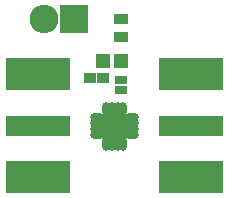
<source format=gts>
G04 #@! TF.FileFunction,Soldermask,Top*
%FSLAX46Y46*%
G04 Gerber Fmt 4.6, Leading zero omitted, Abs format (unit mm)*
G04 Created by KiCad (PCBNEW 4.0.2-stable) date Sat 23 Apr 2016 11:16:51 PM AKDT*
%MOMM*%
G01*
G04 APERTURE LIST*
%ADD10C,0.100000*%
%ADD11R,1.200000X1.150000*%
%ADD12R,1.000000X0.900000*%
%ADD13R,1.000000X0.800000*%
%ADD14R,2.432000X2.432000*%
%ADD15O,2.432000X2.432000*%
%ADD16R,1.300000X0.900000*%
%ADD17R,5.480000X1.690000*%
%ADD18R,5.480000X2.690000*%
%ADD19O,1.150000X0.700000*%
%ADD20O,0.700000X1.150000*%
%ADD21R,1.300000X1.300000*%
G04 APERTURE END LIST*
D10*
D11*
X141500000Y-99500000D03*
X140000000Y-99500000D03*
D12*
X140000000Y-101000000D03*
X138900000Y-101000000D03*
D13*
X141500000Y-101100000D03*
X141500000Y-102000000D03*
D14*
X137540000Y-96000000D03*
D15*
X135000000Y-96000000D03*
D16*
X141500000Y-96000000D03*
X141500000Y-97500000D03*
D17*
X134500000Y-105000000D03*
D18*
X134500000Y-109380000D03*
X134500000Y-100620000D03*
D19*
X139525000Y-104300000D03*
X139525000Y-104800000D03*
X139525000Y-105300000D03*
X139525000Y-105800000D03*
D20*
X140250000Y-106525000D03*
X140750000Y-106525000D03*
X141250000Y-106525000D03*
X141750000Y-106525000D03*
D19*
X142475000Y-105800000D03*
X142475000Y-105300000D03*
X142475000Y-104800000D03*
X142475000Y-104300000D03*
D20*
X141750000Y-103575000D03*
X141250000Y-103575000D03*
X140750000Y-103575000D03*
X140250000Y-103575000D03*
D21*
X141450000Y-105500000D03*
X141450000Y-104600000D03*
X140550000Y-105500000D03*
X140550000Y-104600000D03*
D17*
X147500000Y-105000000D03*
D18*
X147500000Y-100620000D03*
X147500000Y-109380000D03*
M02*

</source>
